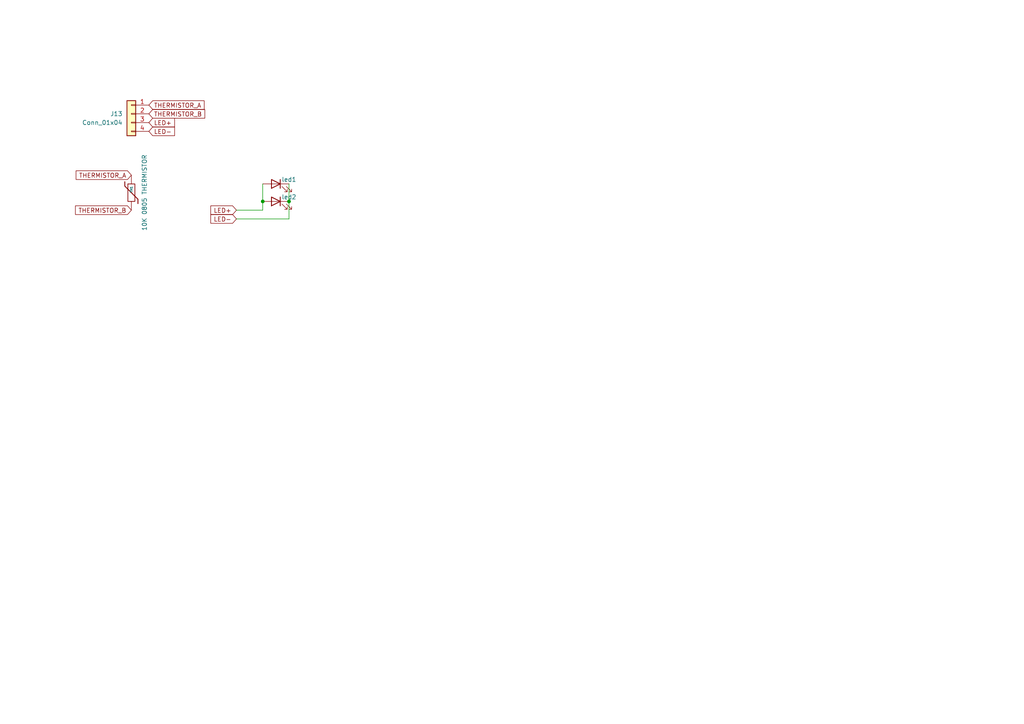
<source format=kicad_sch>
(kicad_sch (version 20231120) (generator "eeschema") (generator_version "8.0")
  (paper "A4")
  (lib_symbols
    (symbol "Connector_Generic:Conn_01x04" (pin_names (offset 1.016) hide)
      (property "Reference" "J" (at 0 5.08 0))
      (property "Value" "Conn_01x04" (at 0 -7.62 0))
      (symbol "Conn_01x04_1_1"
        (rectangle (start -1.27 -4.953) (end 0 -5.207) (stroke (width 0.1524)))
        (rectangle (start -1.27 -2.413) (end 0 -2.667) (stroke (width 0.1524)))
        (rectangle (start -1.27 0.127) (end 0 -0.127) (stroke (width 0.1524)))
        (rectangle (start -1.27 2.667) (end 0 2.413) (stroke (width 0.1524)))
        (rectangle (start -1.27 3.81) (end 1.27 -6.35) (stroke (width 0.254)) (fill (type background)))
        (pin passive line (at -5.08 2.54 0) (length 3.81) (name "Pin_1") (number "1"))
        (pin passive line (at -5.08 0 0) (length 3.81) (name "Pin_2") (number "2"))
        (pin passive line (at -5.08 -2.54 0) (length 3.81) (name "Pin_3") (number "3"))
        (pin passive line (at -5.08 -5.08 0) (length 3.81) (name "Pin_4") (number "4"))
      )
    )
    (symbol "Device:LED" (pin_numbers hide) (pin_names (offset 1.016) hide)
      (property "Reference" "D" (at 0 2.54 0))
      (property "Value" "LED" (at 0 -2.54 0))
      (symbol "LED_0_1"
        (polyline (pts (xy -1.27 -1.27) (xy -1.27 1.27)) (stroke (width 0.254)))
        (polyline (pts (xy -1.27 0) (xy 1.27 0)))
        (polyline (pts (xy 1.27 -1.27) (xy 1.27 1.27) (xy -1.27 0) (xy 1.27 -1.27)) (stroke (width 0.254)))
        (polyline (pts (xy -3.048 -0.762) (xy -4.572 -2.286) (xy -3.81 -2.286) (xy -4.572 -2.286) (xy -4.572 -1.524)))
        (polyline (pts (xy -1.778 -0.762) (xy -3.302 -2.286) (xy -2.54 -2.286) (xy -3.302 -2.286) (xy -3.302 -1.524)))
      )
      (symbol "LED_1_1"
        (pin passive line (at -3.81 0 0) (length 2.54) (name "K") (number "1"))
        (pin passive line (at 3.81 0 180) (length 2.54) (name "A") (number "2"))
      )
    )
    (symbol "Device:Thermistor" (pin_numbers hide) (pin_names (offset 0))
      (property "Reference" "TH" (at 2.54 1.27 90))
      (property "Value" "Thermistor" (at -2.54 0 90))
      (symbol "Thermistor_0_1"
        (rectangle (start -1.016 2.54) (end 1.016 -2.54) (stroke (width 0.2032)))
        (polyline (pts (xy -1.905 3.175) (xy -1.905 1.905) (xy 1.905 -1.905) (xy 1.905 -3.175) (xy 1.905 -3.175)) (stroke (width 0.254)))
      )
      (symbol "Thermistor_1_1"
        (pin passive line (at 0 5.08 270) (length 2.54) (name "~") (number "1"))
        (pin passive line (at 0 -5.08 90) (length 2.54) (name "~") (number "2"))
      )
    )
  )
  (junction (at 76.2 58.42))
  (junction (at 83.82 58.42))
  (wire (pts (xy 83.82 58.42) (xy 83.82 63.5)))
  (wire (pts (xy 68.58 63.5) (xy 83.82 63.5)))
  (wire (pts (xy 76.2 58.42) (xy 76.2 53.34)))
  (wire (pts (xy 83.82 53.34) (xy 83.82 58.42)))
  (wire (pts (xy 76.2 60.96) (xy 76.2 58.42)))
  (wire (pts (xy 68.58 60.96) (xy 76.2 60.96)))
  (global_label "THERMISTOR_A" (shape input) (at 43.18 30.48 0) (property "Intersheetrefs" "${INTERSHEET_REFS}" (effects (hide yes))))
  (global_label "THERMISTOR_B" (shape input) (at 38.1 60.96 180) (property "Intersheetrefs" "${INTERSHEET_REFS}" (effects (hide yes))))
  (global_label "THERMISTOR_B" (shape input) (at 43.18 33.02 0) (property "Intersheetrefs" "${INTERSHEET_REFS}" (effects (hide yes))))
  (global_label "LED-" (shape input) (at 68.58 63.5 180) (property "Intersheetrefs" "${INTERSHEET_REFS}" (effects (hide yes))))
  (global_label "LED-" (shape input) (at 43.18 38.1 0) (property "Intersheetrefs" "${INTERSHEET_REFS}" (effects (hide yes))))
  (global_label "LED+" (shape input) (at 43.18 35.56 0) (property "Intersheetrefs" "${INTERSHEET_REFS}" (effects (hide yes))))
  (global_label "THERMISTOR_A" (shape input) (at 38.1 50.8 180) (property "Intersheetrefs" "${INTERSHEET_REFS}" (effects (hide yes))))
  (global_label "LED+" (shape input) (at 68.58 60.96 180) (property "Intersheetrefs" "${INTERSHEET_REFS}" (effects (hide yes))))
  (symbol (lib_id "Device:LED") (at 80.01 58.42 0) (mirror y) (unit 1)
    (property "Reference" "led2" (at 83.82 57.15 0))
    (property "Value" "LED" (effects (hide yes)))
    (property "Footprint" "osram3030:osram 3030" (effects (hide yes)))
    (property "Description" "Light emitting diode" (effects (hide yes)))
  )
  (symbol (lib_id "Connector_Generic:Conn_01x04") (at 38.1 33.02 0) (mirror y) (unit 1)
    (property "Reference" "J13" (at 35.56 33.0199 0) (effects (justify left)))
    (property "Value" "Conn_01x04" (at 35.56 35.5599 0) (effects (justify left)))
    (property "Footprint" "Connector_PinSocket_2.54mm:PinSocket_1x04_P2.54mm_Vertical" (effects (hide yes)))
    (property "Description" "Generic connector, single row, 01x04, script generated (kicad-library-utils/schlib/autogen/connector/)" (effects (hide yes)))
  )
  (symbol (lib_id "Device:LED") (at 80.01 53.34 0) (mirror y) (unit 1)
    (property "Reference" "led1" (at 83.82 52.07 0))
    (property "Value" "LED" (effects (hide yes)))
    (property "Footprint" "osram3030:osram 3030" (effects (hide yes)))
    (property "Description" "Light emitting diode" (effects (hide yes)))
  )
  (symbol (lib_id "Device:Thermistor") (at 38.1 55.88 180) (unit 1)
    (property "Reference" "TH1" (at 38.1 55.88 90) (effects (font (size 0.635 0.635)) (justify right)))
    (property "Value" "10K 0805 THERMISTOR" (at 41.91 55.88 90))
    (property "Footprint" "Resistor_SMD:R_0805_2012Metric" (effects (hide yes)))
    (property "Description" "Temperature dependent resistor" (effects (hide yes)))
  )
)
</source>
